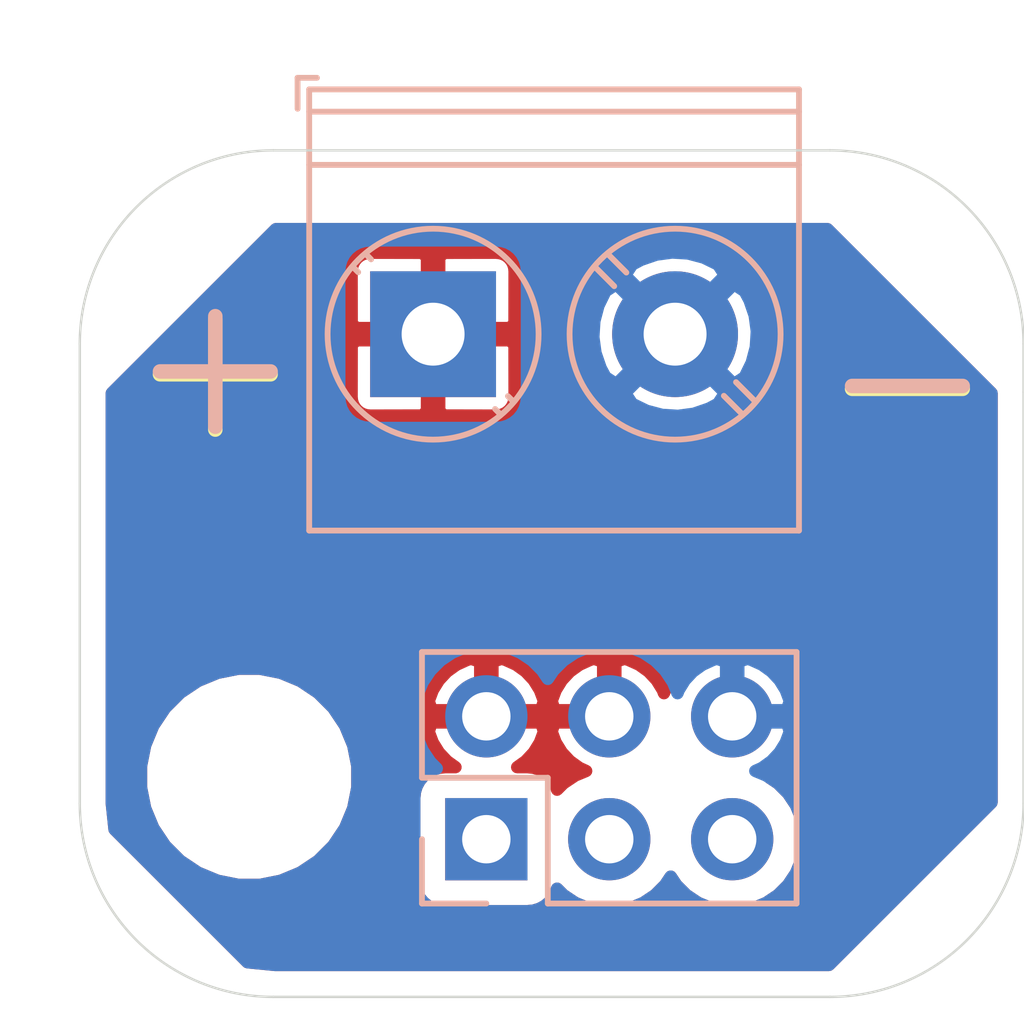
<source format=kicad_pcb>
(kicad_pcb (version 20171130) (host pcbnew 5.1.9+dfsg1-1)

  (general
    (thickness 1.6)
    (drawings 14)
    (tracks 0)
    (zones 0)
    (modules 3)
    (nets 6)
  )

  (page A4)
  (layers
    (0 F.Cu signal)
    (31 B.Cu signal)
    (32 B.Adhes user)
    (33 F.Adhes user)
    (34 B.Paste user)
    (35 F.Paste user)
    (36 B.SilkS user)
    (37 F.SilkS user)
    (38 B.Mask user)
    (39 F.Mask user)
    (40 Dwgs.User user)
    (41 Cmts.User user)
    (42 Eco1.User user)
    (43 Eco2.User user)
    (44 Edge.Cuts user)
    (45 Margin user)
    (46 B.CrtYd user)
    (47 F.CrtYd user)
    (48 B.Fab user)
    (49 F.Fab user)
  )

  (setup
    (last_trace_width 0.25)
    (trace_clearance 0.2)
    (zone_clearance 0.508)
    (zone_45_only yes)
    (trace_min 0.2)
    (via_size 0.8)
    (via_drill 0.4)
    (via_min_size 0.4)
    (via_min_drill 0.3)
    (uvia_size 0.3)
    (uvia_drill 0.1)
    (uvias_allowed no)
    (uvia_min_size 0.2)
    (uvia_min_drill 0.1)
    (edge_width 0.05)
    (segment_width 0.2)
    (pcb_text_width 0.3)
    (pcb_text_size 1.5 1.5)
    (mod_edge_width 0.12)
    (mod_text_size 1 1)
    (mod_text_width 0.15)
    (pad_size 1.524 1.524)
    (pad_drill 0.762)
    (pad_to_mask_clearance 0)
    (aux_axis_origin 0 0)
    (visible_elements FFFFFF7F)
    (pcbplotparams
      (layerselection 0x010fc_ffffffff)
      (usegerberextensions false)
      (usegerberattributes true)
      (usegerberadvancedattributes true)
      (creategerberjobfile true)
      (excludeedgelayer true)
      (linewidth 0.100000)
      (plotframeref false)
      (viasonmask false)
      (mode 1)
      (useauxorigin false)
      (hpglpennumber 1)
      (hpglpenspeed 20)
      (hpglpendiameter 15.000000)
      (psnegative false)
      (psa4output false)
      (plotreference true)
      (plotvalue true)
      (plotinvisibletext false)
      (padsonsilk false)
      (subtractmaskfromsilk false)
      (outputformat 1)
      (mirror false)
      (drillshape 0)
      (scaleselection 1)
      (outputdirectory "output/"))
  )

  (net 0 "")
  (net 1 GND)
  (net 2 +5V)
  (net 3 "Net-(J1-Pad5)")
  (net 4 "Net-(J1-Pad3)")
  (net 5 "Net-(J1-Pad1)")

  (net_class Default "This is the default net class."
    (clearance 0.2)
    (trace_width 0.25)
    (via_dia 0.8)
    (via_drill 0.4)
    (uvia_dia 0.3)
    (uvia_drill 0.1)
    (add_net +5V)
    (add_net GND)
    (add_net "Net-(J1-Pad1)")
    (add_net "Net-(J1-Pad3)")
    (add_net "Net-(J1-Pad5)")
  )

  (module Connector_PinSocket_2.54mm:PinSocket_2x03_P2.54mm_Vertical (layer B.Cu) (tedit 5A19A425) (tstamp 606BF9CB)
    (at 184.9 101.24 270)
    (descr "Through hole straight socket strip, 2x03, 2.54mm pitch, double cols (from Kicad 4.0.7), script generated")
    (tags "Through hole socket strip THT 2x03 2.54mm double row")
    (path /60765C80)
    (fp_text reference J1 (at -1.27 2.77 90) (layer B.SilkS) hide
      (effects (font (size 1 1) (thickness 0.15)) (justify mirror))
    )
    (fp_text value PiHdr (at -1.27 -7.85 90) (layer B.Fab)
      (effects (font (size 1 1) (thickness 0.15)) (justify mirror))
    )
    (fp_text user %R (at -1.27 -2.54 180) (layer B.Fab)
      (effects (font (size 1 1) (thickness 0.15)) (justify mirror))
    )
    (fp_line (start -3.81 1.27) (end 0.27 1.27) (layer B.Fab) (width 0.1))
    (fp_line (start 0.27 1.27) (end 1.27 0.27) (layer B.Fab) (width 0.1))
    (fp_line (start 1.27 0.27) (end 1.27 -6.35) (layer B.Fab) (width 0.1))
    (fp_line (start 1.27 -6.35) (end -3.81 -6.35) (layer B.Fab) (width 0.1))
    (fp_line (start -3.81 -6.35) (end -3.81 1.27) (layer B.Fab) (width 0.1))
    (fp_line (start -3.87 1.33) (end -1.27 1.33) (layer B.SilkS) (width 0.12))
    (fp_line (start -3.87 1.33) (end -3.87 -6.41) (layer B.SilkS) (width 0.12))
    (fp_line (start -3.87 -6.41) (end 1.33 -6.41) (layer B.SilkS) (width 0.12))
    (fp_line (start 1.33 -1.27) (end 1.33 -6.41) (layer B.SilkS) (width 0.12))
    (fp_line (start -1.27 -1.27) (end 1.33 -1.27) (layer B.SilkS) (width 0.12))
    (fp_line (start -1.27 1.33) (end -1.27 -1.27) (layer B.SilkS) (width 0.12))
    (fp_line (start 1.33 1.33) (end 1.33 0) (layer B.SilkS) (width 0.12))
    (fp_line (start 0 1.33) (end 1.33 1.33) (layer B.SilkS) (width 0.12))
    (fp_line (start -4.34 1.8) (end 1.76 1.8) (layer B.CrtYd) (width 0.05))
    (fp_line (start 1.76 1.8) (end 1.76 -6.85) (layer B.CrtYd) (width 0.05))
    (fp_line (start 1.76 -6.85) (end -4.34 -6.85) (layer B.CrtYd) (width 0.05))
    (fp_line (start -4.34 -6.85) (end -4.34 1.8) (layer B.CrtYd) (width 0.05))
    (pad 6 thru_hole oval (at -2.54 -5.08 270) (size 1.7 1.7) (drill 1) (layers *.Cu *.Mask)
      (net 1 GND))
    (pad 5 thru_hole oval (at 0 -5.08 270) (size 1.7 1.7) (drill 1) (layers *.Cu *.Mask)
      (net 3 "Net-(J1-Pad5)"))
    (pad 4 thru_hole oval (at -2.54 -2.54 270) (size 1.7 1.7) (drill 1) (layers *.Cu *.Mask)
      (net 2 +5V))
    (pad 3 thru_hole oval (at 0 -2.54 270) (size 1.7 1.7) (drill 1) (layers *.Cu *.Mask)
      (net 4 "Net-(J1-Pad3)"))
    (pad 2 thru_hole oval (at -2.54 0 270) (size 1.7 1.7) (drill 1) (layers *.Cu *.Mask)
      (net 2 +5V))
    (pad 1 thru_hole rect (at 0 0 270) (size 1.7 1.7) (drill 1) (layers *.Cu *.Mask)
      (net 5 "Net-(J1-Pad1)"))
    (model ${KISYS3DMOD}/Connector_PinSocket_2.54mm.3dshapes/PinSocket_2x03_P2.54mm_Vertical.wrl
      (at (xyz 0 0 0))
      (scale (xyz 1 1 1))
      (rotate (xyz 0 0 0))
    )
  )

  (module TerminalBlock_Phoenix:TerminalBlock_Phoenix_PT-1,5-2-5.0-H_1x02_P5.00mm_Horizontal (layer B.Cu) (tedit 5B294F69) (tstamp 606BF4DA)
    (at 183.8 90.8)
    (descr "Terminal Block Phoenix PT-1,5-2-5.0-H, 2 pins, pitch 5mm, size 10x9mm^2, drill diamater 1.3mm, pad diameter 2.6mm, see http://www.mouser.com/ds/2/324/ItemDetail_1935161-922578.pdf, script-generated using https://github.com/pointhi/kicad-footprint-generator/scripts/TerminalBlock_Phoenix")
    (tags "THT Terminal Block Phoenix PT-1,5-2-5.0-H pitch 5mm size 10x9mm^2 drill 1.3mm pad 2.6mm")
    (path /6076714B)
    (fp_text reference J2 (at 2.5 5.06) (layer B.SilkS) hide
      (effects (font (size 1 1) (thickness 0.15)) (justify mirror))
    )
    (fp_text value Screw_Terminal_01x02 (at 2.5 -6.06) (layer B.Fab)
      (effects (font (size 1 1) (thickness 0.15)) (justify mirror))
    )
    (fp_text user %R (at 2.5 -2.9) (layer B.Fab)
      (effects (font (size 1 1) (thickness 0.15)) (justify mirror))
    )
    (fp_circle (center 0 0) (end 2 0) (layer B.Fab) (width 0.1))
    (fp_circle (center 0 0) (end 2.18 0) (layer B.SilkS) (width 0.12))
    (fp_circle (center 5 0) (end 7 0) (layer B.Fab) (width 0.1))
    (fp_circle (center 5 0) (end 7.18 0) (layer B.SilkS) (width 0.12))
    (fp_line (start -2.5 4) (end 7.5 4) (layer B.Fab) (width 0.1))
    (fp_line (start 7.5 4) (end 7.5 -5) (layer B.Fab) (width 0.1))
    (fp_line (start 7.5 -5) (end -2.1 -5) (layer B.Fab) (width 0.1))
    (fp_line (start -2.1 -5) (end -2.5 -4.6) (layer B.Fab) (width 0.1))
    (fp_line (start -2.5 -4.6) (end -2.5 4) (layer B.Fab) (width 0.1))
    (fp_line (start -2.5 -4.6) (end 7.5 -4.6) (layer B.Fab) (width 0.1))
    (fp_line (start -2.56 -4.6) (end 7.56 -4.6) (layer B.SilkS) (width 0.12))
    (fp_line (start -2.5 -3.5) (end 7.5 -3.5) (layer B.Fab) (width 0.1))
    (fp_line (start -2.56 -3.5) (end 7.56 -3.5) (layer B.SilkS) (width 0.12))
    (fp_line (start -2.56 4.06) (end 7.56 4.06) (layer B.SilkS) (width 0.12))
    (fp_line (start -2.56 -5.06) (end 7.56 -5.06) (layer B.SilkS) (width 0.12))
    (fp_line (start -2.56 4.06) (end -2.56 -5.06) (layer B.SilkS) (width 0.12))
    (fp_line (start 7.56 4.06) (end 7.56 -5.06) (layer B.SilkS) (width 0.12))
    (fp_line (start 1.517 1.273) (end -1.273 -1.517) (layer B.Fab) (width 0.1))
    (fp_line (start 1.273 1.517) (end -1.517 -1.273) (layer B.Fab) (width 0.1))
    (fp_line (start 1.654 1.388) (end 1.547 1.281) (layer B.SilkS) (width 0.12))
    (fp_line (start -1.282 -1.547) (end -1.388 -1.654) (layer B.SilkS) (width 0.12))
    (fp_line (start 1.388 1.654) (end 1.281 1.547) (layer B.SilkS) (width 0.12))
    (fp_line (start -1.548 -1.281) (end -1.654 -1.388) (layer B.SilkS) (width 0.12))
    (fp_line (start 6.517 1.273) (end 3.728 -1.517) (layer B.Fab) (width 0.1))
    (fp_line (start 6.273 1.517) (end 3.484 -1.273) (layer B.Fab) (width 0.1))
    (fp_line (start 6.654 1.388) (end 6.259 0.992) (layer B.SilkS) (width 0.12))
    (fp_line (start 3.993 -1.274) (end 3.613 -1.654) (layer B.SilkS) (width 0.12))
    (fp_line (start 6.388 1.654) (end 6.008 1.274) (layer B.SilkS) (width 0.12))
    (fp_line (start 3.742 -0.992) (end 3.347 -1.388) (layer B.SilkS) (width 0.12))
    (fp_line (start -2.8 -4.66) (end -2.8 -5.3) (layer B.SilkS) (width 0.12))
    (fp_line (start -2.8 -5.3) (end -2.4 -5.3) (layer B.SilkS) (width 0.12))
    (fp_line (start -3 4.5) (end -3 -5.5) (layer B.CrtYd) (width 0.05))
    (fp_line (start -3 -5.5) (end 8 -5.5) (layer B.CrtYd) (width 0.05))
    (fp_line (start 8 -5.5) (end 8 4.5) (layer B.CrtYd) (width 0.05))
    (fp_line (start 8 4.5) (end -3 4.5) (layer B.CrtYd) (width 0.05))
    (pad 2 thru_hole circle (at 5 0) (size 2.6 2.6) (drill 1.3) (layers *.Cu *.Mask)
      (net 1 GND))
    (pad 1 thru_hole rect (at 0 0) (size 2.6 2.6) (drill 1.3) (layers *.Cu *.Mask)
      (net 2 +5V))
    (model ${KISYS3DMOD}/TerminalBlock_Phoenix.3dshapes/TerminalBlock_Phoenix_PT-1,5-2-5.0-H_1x02_P5.00mm_Horizontal.wrl
      (at (xyz 0 0 0))
      (scale (xyz 1 1 1))
      (rotate (xyz 0 0 0))
    )
  )

  (module MountingHole:MountingHole_3.2mm_M3 (layer F.Cu) (tedit 56D1B4CB) (tstamp 606BF717)
    (at 180 99.95)
    (descr "Mounting Hole 3.2mm, no annular, M3")
    (tags "mounting hole 3.2mm no annular m3")
    (path /607707C7)
    (attr virtual)
    (fp_text reference H1 (at 0 -4.2) (layer F.SilkS) hide
      (effects (font (size 1 1) (thickness 0.15)))
    )
    (fp_text value MountingHole (at 0 4.2) (layer F.Fab)
      (effects (font (size 1 1) (thickness 0.15)))
    )
    (fp_text user %R (at 0.3 0) (layer F.Fab)
      (effects (font (size 1 1) (thickness 0.15)))
    )
    (fp_circle (center 0 0) (end 3.2 0) (layer Cmts.User) (width 0.15))
    (fp_circle (center 0 0) (end 3.45 0) (layer F.CrtYd) (width 0.05))
    (pad 1 np_thru_hole circle (at 0 0) (size 3.2 3.2) (drill 3.2) (layers *.Cu *.Mask))
  )

  (gr_line (start 176.5 92) (end 176.5 91) (layer Edge.Cuts) (width 0.05) (tstamp 606D50D4))
  (gr_line (start 196 92) (end 196 91) (layer Edge.Cuts) (width 0.05) (tstamp 606D50D3))
  (gr_text - (at 193.6 92.1 180) (layer B.SilkS) (tstamp 606C00A9)
    (effects (font (size 3 3) (thickness 0.3)) (justify mirror))
  )
  (gr_text - (at 193.6 91.7) (layer F.SilkS)
    (effects (font (size 3 3) (thickness 0.3)))
  )
  (gr_text + (at 179.3 91.8 180) (layer B.SilkS) (tstamp 606C00A4)
    (effects (font (size 3 3) (thickness 0.3)) (justify mirror))
  )
  (gr_text + (at 179.3 91.4) (layer F.SilkS)
    (effects (font (size 3 3) (thickness 0.3)))
  )
  (gr_line (start 192 87) (end 180.5 87) (layer Edge.Cuts) (width 0.05) (tstamp 606BFBF9))
  (gr_line (start 196 100.5) (end 196 92) (layer Edge.Cuts) (width 0.05))
  (gr_line (start 192 104.5) (end 180.5 104.5) (layer Edge.Cuts) (width 0.05) (tstamp 606BFBF6))
  (gr_arc (start 192 100.5) (end 192 104.5) (angle -90) (layer Edge.Cuts) (width 0.05))
  (gr_arc (start 192 91) (end 192 87) (angle 90) (layer Edge.Cuts) (width 0.05))
  (gr_arc (start 180.5 100.5) (end 176.5 100.5) (angle -90) (layer Edge.Cuts) (width 0.05))
  (gr_arc (start 180.5 91) (end 180.5 87) (angle -90) (layer Edge.Cuts) (width 0.05))
  (gr_line (start 176.5 100.5) (end 176.5 92) (layer Edge.Cuts) (width 0.05))

  (zone (net 2) (net_name +5V) (layer F.Cu) (tstamp 0) (hatch edge 0.508)
    (connect_pads (clearance 0.508))
    (min_thickness 0.254)
    (fill yes (arc_segments 32) (thermal_gap 0.254) (thermal_bridge_width 0.508))
    (polygon
      (pts
        (xy 195.5 92) (xy 195.5 100.5) (xy 192 104) (xy 180 104) (xy 177 101)
        (xy 177 92) (xy 180.5 88.5) (xy 192 88.5)
      )
    )
    (filled_polygon
      (pts
        (xy 195.34 92.019606) (xy 195.34 92.032418) (xy 195.340001 92.032428) (xy 195.34 100.467721) (xy 195.338622 100.481772)
        (xy 191.980394 103.84) (xy 180.532279 103.84) (xy 179.963874 103.784268) (xy 177.217312 101.037706) (xy 177.16 100.492417)
        (xy 177.16 99.729872) (xy 177.765 99.729872) (xy 177.765 100.170128) (xy 177.85089 100.601925) (xy 178.019369 101.008669)
        (xy 178.263962 101.374729) (xy 178.575271 101.686038) (xy 178.941331 101.930631) (xy 179.348075 102.09911) (xy 179.779872 102.185)
        (xy 180.220128 102.185) (xy 180.651925 102.09911) (xy 181.058669 101.930631) (xy 181.424729 101.686038) (xy 181.736038 101.374729)
        (xy 181.980631 101.008669) (xy 182.14911 100.601925) (xy 182.191264 100.39) (xy 183.411928 100.39) (xy 183.411928 102.09)
        (xy 183.424188 102.214482) (xy 183.460498 102.33418) (xy 183.519463 102.444494) (xy 183.598815 102.541185) (xy 183.695506 102.620537)
        (xy 183.80582 102.679502) (xy 183.925518 102.715812) (xy 184.05 102.728072) (xy 185.75 102.728072) (xy 185.874482 102.715812)
        (xy 185.99418 102.679502) (xy 186.104494 102.620537) (xy 186.201185 102.541185) (xy 186.280537 102.444494) (xy 186.339502 102.33418)
        (xy 186.361513 102.26162) (xy 186.493368 102.393475) (xy 186.736589 102.55599) (xy 187.006842 102.667932) (xy 187.29374 102.725)
        (xy 187.58626 102.725) (xy 187.873158 102.667932) (xy 188.143411 102.55599) (xy 188.386632 102.393475) (xy 188.593475 102.186632)
        (xy 188.71 102.01224) (xy 188.826525 102.186632) (xy 189.033368 102.393475) (xy 189.276589 102.55599) (xy 189.546842 102.667932)
        (xy 189.83374 102.725) (xy 190.12626 102.725) (xy 190.413158 102.667932) (xy 190.683411 102.55599) (xy 190.926632 102.393475)
        (xy 191.133475 102.186632) (xy 191.29599 101.943411) (xy 191.407932 101.673158) (xy 191.465 101.38626) (xy 191.465 101.09374)
        (xy 191.407932 100.806842) (xy 191.29599 100.536589) (xy 191.133475 100.293368) (xy 190.926632 100.086525) (xy 190.75224 99.97)
        (xy 190.926632 99.853475) (xy 191.133475 99.646632) (xy 191.29599 99.403411) (xy 191.407932 99.133158) (xy 191.465 98.84626)
        (xy 191.465 98.55374) (xy 191.407932 98.266842) (xy 191.29599 97.996589) (xy 191.133475 97.753368) (xy 190.926632 97.546525)
        (xy 190.683411 97.38401) (xy 190.413158 97.272068) (xy 190.12626 97.215) (xy 189.83374 97.215) (xy 189.546842 97.272068)
        (xy 189.276589 97.38401) (xy 189.033368 97.546525) (xy 188.826525 97.753368) (xy 188.66401 97.996589) (xy 188.569855 98.2239)
        (xy 188.544799 98.157051) (xy 188.417647 97.951948) (xy 188.252924 97.775592) (xy 188.056961 97.634761) (xy 187.837288 97.534866)
        (xy 187.75698 97.510511) (xy 187.567 97.571373) (xy 187.567 98.573) (xy 187.587 98.573) (xy 187.587 98.827)
        (xy 187.567 98.827) (xy 187.567 98.847) (xy 187.313 98.847) (xy 187.313 98.827) (xy 186.310813 98.827)
        (xy 186.250505 99.016981) (xy 186.335201 99.242949) (xy 186.462353 99.448052) (xy 186.627076 99.624408) (xy 186.823039 99.765239)
        (xy 186.964545 99.829588) (xy 186.736589 99.92401) (xy 186.493368 100.086525) (xy 186.361513 100.21838) (xy 186.339502 100.14582)
        (xy 186.280537 100.035506) (xy 186.201185 99.938815) (xy 186.104494 99.859463) (xy 185.99418 99.800498) (xy 185.874482 99.764188)
        (xy 185.75 99.751928) (xy 185.535483 99.751928) (xy 185.712924 99.624408) (xy 185.877647 99.448052) (xy 186.004799 99.242949)
        (xy 186.089495 99.016981) (xy 186.029187 98.827) (xy 185.027 98.827) (xy 185.027 98.847) (xy 184.773 98.847)
        (xy 184.773 98.827) (xy 183.770813 98.827) (xy 183.710505 99.016981) (xy 183.795201 99.242949) (xy 183.922353 99.448052)
        (xy 184.087076 99.624408) (xy 184.264517 99.751928) (xy 184.05 99.751928) (xy 183.925518 99.764188) (xy 183.80582 99.800498)
        (xy 183.695506 99.859463) (xy 183.598815 99.938815) (xy 183.519463 100.035506) (xy 183.460498 100.14582) (xy 183.424188 100.265518)
        (xy 183.411928 100.39) (xy 182.191264 100.39) (xy 182.235 100.170128) (xy 182.235 99.729872) (xy 182.14911 99.298075)
        (xy 181.980631 98.891331) (xy 181.736038 98.525271) (xy 181.593786 98.383019) (xy 183.710505 98.383019) (xy 183.770813 98.573)
        (xy 184.773 98.573) (xy 184.773 97.571373) (xy 185.027 97.571373) (xy 185.027 98.573) (xy 186.029187 98.573)
        (xy 186.089495 98.383019) (xy 186.250505 98.383019) (xy 186.310813 98.573) (xy 187.313 98.573) (xy 187.313 97.571373)
        (xy 187.12302 97.510511) (xy 187.042712 97.534866) (xy 186.823039 97.634761) (xy 186.627076 97.775592) (xy 186.462353 97.951948)
        (xy 186.335201 98.157051) (xy 186.250505 98.383019) (xy 186.089495 98.383019) (xy 186.004799 98.157051) (xy 185.877647 97.951948)
        (xy 185.712924 97.775592) (xy 185.516961 97.634761) (xy 185.297288 97.534866) (xy 185.21698 97.510511) (xy 185.027 97.571373)
        (xy 184.773 97.571373) (xy 184.58302 97.510511) (xy 184.502712 97.534866) (xy 184.283039 97.634761) (xy 184.087076 97.775592)
        (xy 183.922353 97.951948) (xy 183.795201 98.157051) (xy 183.710505 98.383019) (xy 181.593786 98.383019) (xy 181.424729 98.213962)
        (xy 181.058669 97.969369) (xy 180.651925 97.80089) (xy 180.220128 97.715) (xy 179.779872 97.715) (xy 179.348075 97.80089)
        (xy 178.941331 97.969369) (xy 178.575271 98.213962) (xy 178.263962 98.525271) (xy 178.019369 98.891331) (xy 177.85089 99.298075)
        (xy 177.765 99.729872) (xy 177.16 99.729872) (xy 177.16 92.1) (xy 182.117157 92.1) (xy 182.124513 92.174689)
        (xy 182.146299 92.246508) (xy 182.181678 92.312696) (xy 182.229289 92.370711) (xy 182.287304 92.418322) (xy 182.353492 92.453701)
        (xy 182.425311 92.475487) (xy 182.5 92.482843) (xy 183.57775 92.481) (xy 183.673 92.38575) (xy 183.673 90.927)
        (xy 183.927 90.927) (xy 183.927 92.38575) (xy 184.02225 92.481) (xy 185.1 92.482843) (xy 185.174689 92.475487)
        (xy 185.246508 92.453701) (xy 185.312696 92.418322) (xy 185.370711 92.370711) (xy 185.418322 92.312696) (xy 185.453701 92.246508)
        (xy 185.475487 92.174689) (xy 185.482843 92.1) (xy 185.481 91.02225) (xy 185.38575 90.927) (xy 183.927 90.927)
        (xy 183.673 90.927) (xy 182.21425 90.927) (xy 182.119 91.02225) (xy 182.117157 92.1) (xy 177.16 92.1)
        (xy 177.16 92.019606) (xy 179.679606 89.5) (xy 182.117157 89.5) (xy 182.119 90.57775) (xy 182.21425 90.673)
        (xy 183.673 90.673) (xy 183.673 89.21425) (xy 183.927 89.21425) (xy 183.927 90.673) (xy 185.38575 90.673)
        (xy 185.449331 90.609419) (xy 186.865 90.609419) (xy 186.865 90.990581) (xy 186.939361 91.364419) (xy 187.085225 91.716566)
        (xy 187.296987 92.033491) (xy 187.566509 92.303013) (xy 187.883434 92.514775) (xy 188.235581 92.660639) (xy 188.609419 92.735)
        (xy 188.990581 92.735) (xy 189.364419 92.660639) (xy 189.716566 92.514775) (xy 190.033491 92.303013) (xy 190.303013 92.033491)
        (xy 190.514775 91.716566) (xy 190.660639 91.364419) (xy 190.735 90.990581) (xy 190.735 90.609419) (xy 190.660639 90.235581)
        (xy 190.514775 89.883434) (xy 190.303013 89.566509) (xy 190.033491 89.296987) (xy 189.716566 89.085225) (xy 189.364419 88.939361)
        (xy 188.990581 88.865) (xy 188.609419 88.865) (xy 188.235581 88.939361) (xy 187.883434 89.085225) (xy 187.566509 89.296987)
        (xy 187.296987 89.566509) (xy 187.085225 89.883434) (xy 186.939361 90.235581) (xy 186.865 90.609419) (xy 185.449331 90.609419)
        (xy 185.481 90.57775) (xy 185.482843 89.5) (xy 185.475487 89.425311) (xy 185.453701 89.353492) (xy 185.418322 89.287304)
        (xy 185.370711 89.229289) (xy 185.312696 89.181678) (xy 185.246508 89.146299) (xy 185.174689 89.124513) (xy 185.1 89.117157)
        (xy 184.02225 89.119) (xy 183.927 89.21425) (xy 183.673 89.21425) (xy 183.57775 89.119) (xy 182.5 89.117157)
        (xy 182.425311 89.124513) (xy 182.353492 89.146299) (xy 182.287304 89.181678) (xy 182.229289 89.229289) (xy 182.181678 89.287304)
        (xy 182.146299 89.353492) (xy 182.124513 89.425311) (xy 182.117157 89.5) (xy 179.679606 89.5) (xy 180.552606 88.627)
        (xy 191.947394 88.627)
      )
    )
  )
  (zone (net 1) (net_name GND) (layer B.Cu) (tstamp 606BFC00) (hatch edge 0.508)
    (connect_pads (clearance 0.508))
    (min_thickness 0.254)
    (fill yes (arc_segments 32) (thermal_gap 0.254) (thermal_bridge_width 0.508))
    (polygon
      (pts
        (xy 195.5 92) (xy 195.5 100.5) (xy 192 104) (xy 180 104) (xy 177 101)
        (xy 177 92) (xy 180.5 88.5) (xy 192 88.5)
      )
    )
    (filled_polygon
      (pts
        (xy 195.34 92.019606) (xy 195.34 92.032418) (xy 195.340001 92.032428) (xy 195.34 100.467721) (xy 195.338622 100.481772)
        (xy 191.980394 103.84) (xy 180.532279 103.84) (xy 179.963874 103.784268) (xy 177.217312 101.037706) (xy 177.16 100.492417)
        (xy 177.16 99.729872) (xy 177.765 99.729872) (xy 177.765 100.170128) (xy 177.85089 100.601925) (xy 178.019369 101.008669)
        (xy 178.263962 101.374729) (xy 178.575271 101.686038) (xy 178.941331 101.930631) (xy 179.348075 102.09911) (xy 179.779872 102.185)
        (xy 180.220128 102.185) (xy 180.651925 102.09911) (xy 181.058669 101.930631) (xy 181.424729 101.686038) (xy 181.736038 101.374729)
        (xy 181.980631 101.008669) (xy 182.14911 100.601925) (xy 182.191264 100.39) (xy 183.411928 100.39) (xy 183.411928 102.09)
        (xy 183.424188 102.214482) (xy 183.460498 102.33418) (xy 183.519463 102.444494) (xy 183.598815 102.541185) (xy 183.695506 102.620537)
        (xy 183.80582 102.679502) (xy 183.925518 102.715812) (xy 184.05 102.728072) (xy 185.75 102.728072) (xy 185.874482 102.715812)
        (xy 185.99418 102.679502) (xy 186.104494 102.620537) (xy 186.201185 102.541185) (xy 186.280537 102.444494) (xy 186.339502 102.33418)
        (xy 186.361513 102.26162) (xy 186.493368 102.393475) (xy 186.736589 102.55599) (xy 187.006842 102.667932) (xy 187.29374 102.725)
        (xy 187.58626 102.725) (xy 187.873158 102.667932) (xy 188.143411 102.55599) (xy 188.386632 102.393475) (xy 188.593475 102.186632)
        (xy 188.71 102.01224) (xy 188.826525 102.186632) (xy 189.033368 102.393475) (xy 189.276589 102.55599) (xy 189.546842 102.667932)
        (xy 189.83374 102.725) (xy 190.12626 102.725) (xy 190.413158 102.667932) (xy 190.683411 102.55599) (xy 190.926632 102.393475)
        (xy 191.133475 102.186632) (xy 191.29599 101.943411) (xy 191.407932 101.673158) (xy 191.465 101.38626) (xy 191.465 101.09374)
        (xy 191.407932 100.806842) (xy 191.29599 100.536589) (xy 191.133475 100.293368) (xy 190.926632 100.086525) (xy 190.683411 99.92401)
        (xy 190.455455 99.829588) (xy 190.596961 99.765239) (xy 190.792924 99.624408) (xy 190.957647 99.448052) (xy 191.084799 99.242949)
        (xy 191.169495 99.016981) (xy 191.109187 98.827) (xy 190.107 98.827) (xy 190.107 98.847) (xy 189.853 98.847)
        (xy 189.853 98.827) (xy 189.833 98.827) (xy 189.833 98.573) (xy 189.853 98.573) (xy 189.853 97.571373)
        (xy 190.107 97.571373) (xy 190.107 98.573) (xy 191.109187 98.573) (xy 191.169495 98.383019) (xy 191.084799 98.157051)
        (xy 190.957647 97.951948) (xy 190.792924 97.775592) (xy 190.596961 97.634761) (xy 190.377288 97.534866) (xy 190.29698 97.510511)
        (xy 190.107 97.571373) (xy 189.853 97.571373) (xy 189.66302 97.510511) (xy 189.582712 97.534866) (xy 189.363039 97.634761)
        (xy 189.167076 97.775592) (xy 189.002353 97.951948) (xy 188.875201 98.157051) (xy 188.850145 98.2239) (xy 188.75599 97.996589)
        (xy 188.593475 97.753368) (xy 188.386632 97.546525) (xy 188.143411 97.38401) (xy 187.873158 97.272068) (xy 187.58626 97.215)
        (xy 187.29374 97.215) (xy 187.006842 97.272068) (xy 186.736589 97.38401) (xy 186.493368 97.546525) (xy 186.286525 97.753368)
        (xy 186.17 97.92776) (xy 186.053475 97.753368) (xy 185.846632 97.546525) (xy 185.603411 97.38401) (xy 185.333158 97.272068)
        (xy 185.04626 97.215) (xy 184.75374 97.215) (xy 184.466842 97.272068) (xy 184.196589 97.38401) (xy 183.953368 97.546525)
        (xy 183.746525 97.753368) (xy 183.58401 97.996589) (xy 183.472068 98.266842) (xy 183.415 98.55374) (xy 183.415 98.84626)
        (xy 183.472068 99.133158) (xy 183.58401 99.403411) (xy 183.746525 99.646632) (xy 183.87838 99.778487) (xy 183.80582 99.800498)
        (xy 183.695506 99.859463) (xy 183.598815 99.938815) (xy 183.519463 100.035506) (xy 183.460498 100.14582) (xy 183.424188 100.265518)
        (xy 183.411928 100.39) (xy 182.191264 100.39) (xy 182.235 100.170128) (xy 182.235 99.729872) (xy 182.14911 99.298075)
        (xy 181.980631 98.891331) (xy 181.736038 98.525271) (xy 181.424729 98.213962) (xy 181.058669 97.969369) (xy 180.651925 97.80089)
        (xy 180.220128 97.715) (xy 179.779872 97.715) (xy 179.348075 97.80089) (xy 178.941331 97.969369) (xy 178.575271 98.213962)
        (xy 178.263962 98.525271) (xy 178.019369 98.891331) (xy 177.85089 99.298075) (xy 177.765 99.729872) (xy 177.16 99.729872)
        (xy 177.16 92.019606) (xy 179.679606 89.5) (xy 181.861928 89.5) (xy 181.861928 92.1) (xy 181.874188 92.224482)
        (xy 181.910498 92.34418) (xy 181.969463 92.454494) (xy 182.048815 92.551185) (xy 182.145506 92.630537) (xy 182.25582 92.689502)
        (xy 182.375518 92.725812) (xy 182.5 92.738072) (xy 185.1 92.738072) (xy 185.224482 92.725812) (xy 185.34418 92.689502)
        (xy 185.454494 92.630537) (xy 185.551185 92.551185) (xy 185.630537 92.454494) (xy 185.689502 92.34418) (xy 185.725812 92.224482)
        (xy 185.738072 92.1) (xy 185.738072 92.013265) (xy 187.76634 92.013265) (xy 187.912707 92.237319) (xy 188.210163 92.382803)
        (xy 188.530286 92.467462) (xy 188.860774 92.488041) (xy 189.188927 92.443749) (xy 189.502134 92.336289) (xy 189.687293 92.237319)
        (xy 189.83366 92.013265) (xy 188.8 90.979605) (xy 187.76634 92.013265) (xy 185.738072 92.013265) (xy 185.738072 90.860774)
        (xy 187.111959 90.860774) (xy 187.156251 91.188927) (xy 187.263711 91.502134) (xy 187.362681 91.687293) (xy 187.586735 91.83366)
        (xy 188.620395 90.8) (xy 188.979605 90.8) (xy 190.013265 91.83366) (xy 190.237319 91.687293) (xy 190.382803 91.389837)
        (xy 190.467462 91.069714) (xy 190.488041 90.739226) (xy 190.443749 90.411073) (xy 190.336289 90.097866) (xy 190.237319 89.912707)
        (xy 190.013265 89.76634) (xy 188.979605 90.8) (xy 188.620395 90.8) (xy 187.586735 89.76634) (xy 187.362681 89.912707)
        (xy 187.217197 90.210163) (xy 187.132538 90.530286) (xy 187.111959 90.860774) (xy 185.738072 90.860774) (xy 185.738072 89.586735)
        (xy 187.76634 89.586735) (xy 188.8 90.620395) (xy 189.83366 89.586735) (xy 189.687293 89.362681) (xy 189.389837 89.217197)
        (xy 189.069714 89.132538) (xy 188.739226 89.111959) (xy 188.411073 89.156251) (xy 188.097866 89.263711) (xy 187.912707 89.362681)
        (xy 187.76634 89.586735) (xy 185.738072 89.586735) (xy 185.738072 89.5) (xy 185.725812 89.375518) (xy 185.689502 89.25582)
        (xy 185.630537 89.145506) (xy 185.551185 89.048815) (xy 185.454494 88.969463) (xy 185.34418 88.910498) (xy 185.224482 88.874188)
        (xy 185.1 88.861928) (xy 182.5 88.861928) (xy 182.375518 88.874188) (xy 182.25582 88.910498) (xy 182.145506 88.969463)
        (xy 182.048815 89.048815) (xy 181.969463 89.145506) (xy 181.910498 89.25582) (xy 181.874188 89.375518) (xy 181.861928 89.5)
        (xy 179.679606 89.5) (xy 180.552606 88.627) (xy 191.947394 88.627)
      )
    )
  )
)

</source>
